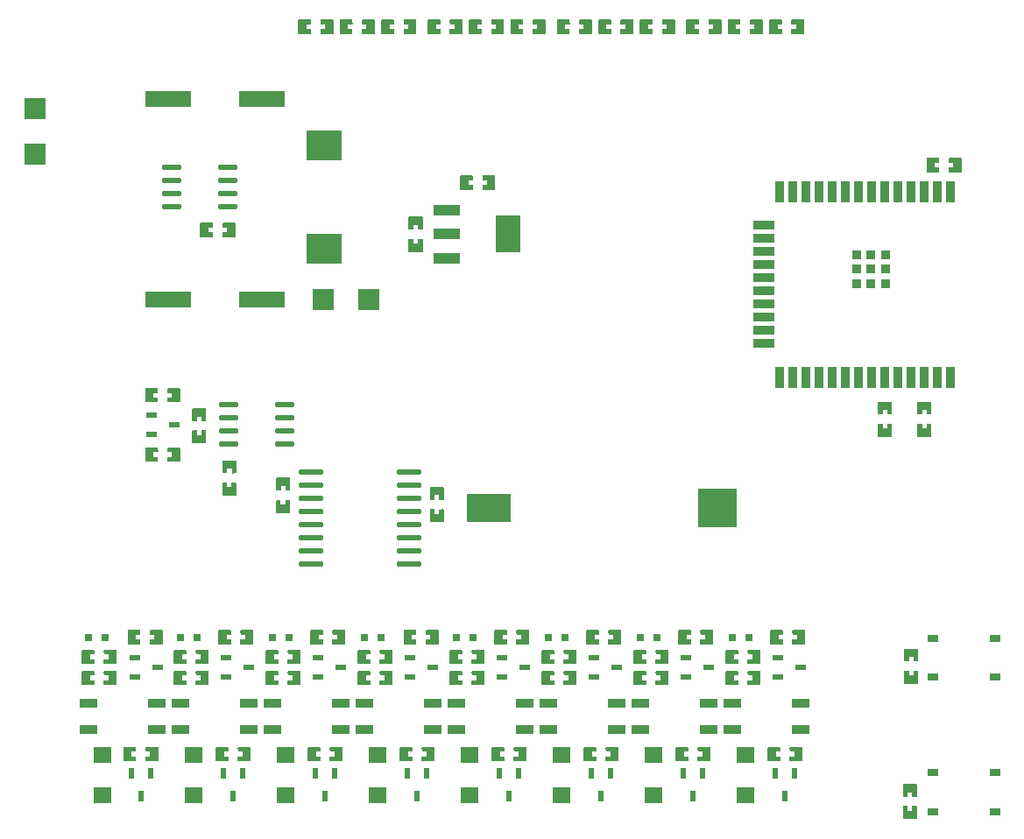
<source format=gtp>
G04 Layer: TopPasteMaskLayer*
G04 EasyEDA Pro v2.2.40.8, 2025-08-06 11:59:20*
G04 Gerber Generator version 0.3*
G04 Scale: 100 percent, Rotated: No, Reflected: No*
G04 Dimensions in millimeters*
G04 Leading zeros omitted, absolute positions, 4 integers and 5 decimals*
G04 Generated by one-click*
%FSLAX45Y45*%
%MOMM*%
%ADD10R,0.95001X2.1*%
%ADD11R,2.1X0.95001*%
%ADD12R,0.9X0.9*%
%ADD13R,4.49999X1.65001*%
%ADD14R,2.0X2.0*%
%ADD15R,3.49999X2.99999*%
%ADD16O,1.95021X0.5684*%
%ADD17R,2.49999X1.1*%
%ADD18R,2.3480X3.59999*%
%ADD19R,2.34X3.59999*%
%ADD20R,1.03749X0.532*%
%ADD21R,3.79999X3.79999*%
%ADD22R,4.29999X2.79999*%
%ADD23O,2.4005X0.57399*%
%ADD24R,1.0X0.75001*%
%ADD25R,1.7X0.95001*%
%ADD26R,0.532X1.03749*%
%ADD27R,0.8X0.8*%
%ADD28R,1.68001X1.51999*%
G75*


G04 PolygonModel Start*
G36*
G01X9365637Y-2622439D02*
G01X9365637Y-2750437D01*
G01X9360636Y-2755438D01*
G01X9245635Y-2755438D01*
G01X9240636Y-2750437D01*
G01X9240133Y-2709434D01*
G01X9285134Y-2709434D01*
G01X9285134Y-2664435D01*
G01X9241134Y-2664435D01*
G01X9240636Y-2622439D01*
G01X9245635Y-2617437D01*
G01X9360636Y-2617437D01*
G01X9365637Y-2622439D01*
G37*
G36*
G01X9024642Y-2750440D02*
G01X9024642Y-2622441D01*
G01X9029643Y-2617440D01*
G01X9144644Y-2617440D01*
G01X9149643Y-2622441D01*
G01X9150146Y-2663445D01*
G01X9105145Y-2663445D01*
G01X9105145Y-2708443D01*
G01X9149145Y-2708443D01*
G01X9149643Y-2750440D01*
G01X9144644Y-2755441D01*
G01X9029643Y-2755441D01*
G01X9024642Y-2750440D01*
G37*
G36*
G01X2004898Y-3377494D02*
G01X2004898Y-3249496D01*
G01X2009899Y-3244494D01*
G01X2124901Y-3244494D01*
G01X2129899Y-3249496D01*
G01X2130402Y-3290499D01*
G01X2085401Y-3290499D01*
G01X2085401Y-3335498D01*
G01X2129401Y-3335498D01*
G01X2129899Y-3377494D01*
G01X2124901Y-3382495D01*
G01X2009899Y-3382495D01*
G01X2004898Y-3377494D01*
G37*
G36*
G01X2345893Y-3249493D02*
G01X2345893Y-3377491D01*
G01X2340892Y-3382493D01*
G01X2225891Y-3382493D01*
G01X2220892Y-3377491D01*
G01X2220389Y-3336488D01*
G01X2265390Y-3336488D01*
G01X2265390Y-3291489D01*
G01X2221390Y-3291489D01*
G01X2220892Y-3249493D01*
G01X2225891Y-3244492D01*
G01X2340892Y-3244492D01*
G01X2345893Y-3249493D01*
G37*
G36*
G01X4022972Y-3185134D02*
G01X4150970Y-3185134D01*
G01X4155971Y-3190136D01*
G01X4155971Y-3305137D01*
G01X4150970Y-3310135D01*
G01X4109967Y-3310638D01*
G01X4109967Y-3265637D01*
G01X4064968Y-3265637D01*
G01X4064968Y-3309638D01*
G01X4022972Y-3310135D01*
G01X4017971Y-3305137D01*
G01X4017971Y-3190136D01*
G01X4022972Y-3185134D01*
G37*
G36*
G01X4150973Y-3526129D02*
G01X4022974Y-3526129D01*
G01X4017973Y-3521128D01*
G01X4017973Y-3406127D01*
G01X4022974Y-3401128D01*
G01X4063978Y-3400625D01*
G01X4063978Y-3445627D01*
G01X4108976Y-3445627D01*
G01X4108976Y-3401626D01*
G01X4150973Y-3401128D01*
G01X4155974Y-3406127D01*
G01X4155974Y-3521128D01*
G01X4150973Y-3526129D01*
G37*
G36*
G01X4516475Y-2919632D02*
G01X4516475Y-2791634D01*
G01X4521476Y-2786632D01*
G01X4636477Y-2786632D01*
G01X4641476Y-2791634D01*
G01X4641979Y-2832637D01*
G01X4596978Y-2832637D01*
G01X4596978Y-2877636D01*
G01X4640978Y-2877636D01*
G01X4641476Y-2919632D01*
G01X4636477Y-2924633D01*
G01X4521476Y-2924633D01*
G01X4516475Y-2919632D01*
G37*
G36*
G01X4857470Y-2791631D02*
G01X4857470Y-2919629D01*
G01X4852469Y-2924631D01*
G01X4737468Y-2924631D01*
G01X4732469Y-2919629D01*
G01X4731966Y-2878626D01*
G01X4776967Y-2878626D01*
G01X4776967Y-2833628D01*
G01X4732967Y-2833628D01*
G01X4732469Y-2791631D01*
G01X4737468Y-2786630D01*
G01X4852469Y-2786630D01*
G01X4857470Y-2791631D01*
G37*
G36*
G01X2351296Y-5883186D02*
G01X2223298Y-5883186D01*
G01X2218296Y-5878185D01*
G01X2218296Y-5763184D01*
G01X2223298Y-5758185D01*
G01X2264301Y-5757682D01*
G01X2264301Y-5802683D01*
G01X2309299Y-5802683D01*
G01X2309299Y-5758683D01*
G01X2351296Y-5758185D01*
G01X2356297Y-5763184D01*
G01X2356297Y-5878185D01*
G01X2351296Y-5883186D01*
G37*
G36*
G01X2223295Y-5542191D02*
G01X2351293Y-5542191D01*
G01X2356295Y-5547192D01*
G01X2356295Y-5662193D01*
G01X2351293Y-5667192D01*
G01X2310290Y-5667695D01*
G01X2310290Y-5622694D01*
G01X2265291Y-5622694D01*
G01X2265291Y-5666694D01*
G01X2223295Y-5667192D01*
G01X2218294Y-5662193D01*
G01X2218294Y-5547192D01*
G01X2223295Y-5542191D01*
G37*
G36*
G01X1473695Y-5551289D02*
G01X1473695Y-5423291D01*
G01X1478697Y-5418290D01*
G01X1593698Y-5418290D01*
G01X1598696Y-5423291D01*
G01X1599199Y-5464294D01*
G01X1554198Y-5464294D01*
G01X1554198Y-5509293D01*
G01X1598198Y-5509293D01*
G01X1598696Y-5551289D01*
G01X1593698Y-5556291D01*
G01X1478697Y-5556291D01*
G01X1473695Y-5551289D01*
G37*
G36*
G01X1688696Y-5551289D02*
G01X1688699Y-5509293D01*
G01X1733197Y-5509293D01*
G01X1733197Y-5464294D01*
G01X1689199Y-5464294D01*
G01X1688696Y-5423291D01*
G01X1693697Y-5418290D01*
G01X1808696Y-5418290D01*
G01X1813697Y-5423291D01*
G01X1813697Y-5551289D01*
G01X1808696Y-5556291D01*
G01X1693697Y-5556291D01*
G01X1688696Y-5551289D01*
G37*
G36*
G01X1813700Y-4848690D02*
G01X1813700Y-4976688D01*
G01X1808698Y-4981689D01*
G01X1693697Y-4981689D01*
G01X1688699Y-4976688D01*
G01X1688196Y-4935685D01*
G01X1733197Y-4935685D01*
G01X1733197Y-4890686D01*
G01X1689197Y-4890686D01*
G01X1688699Y-4848690D01*
G01X1693697Y-4843689D01*
G01X1808698Y-4843689D01*
G01X1813700Y-4848690D01*
G37*
G36*
G01X1598699Y-4848690D02*
G01X1598696Y-4890686D01*
G01X1554198Y-4890686D01*
G01X1554198Y-4935685D01*
G01X1598196Y-4935685D01*
G01X1598699Y-4976688D01*
G01X1593698Y-4981689D01*
G01X1478699Y-4981689D01*
G01X1473698Y-4976688D01*
G01X1473698Y-4848690D01*
G01X1478699Y-4843689D01*
G01X1593698Y-4843689D01*
G01X1598699Y-4848690D01*
G37*
G36*
G01X1929900Y-5036998D02*
G01X2057898Y-5036998D01*
G01X2062899Y-5041999D01*
G01X2062899Y-5157000D01*
G01X2057898Y-5161999D01*
G01X2016895Y-5162502D01*
G01X2016895Y-5117501D01*
G01X1971896Y-5117501D01*
G01X1971896Y-5161501D01*
G01X1929900Y-5161999D01*
G01X1924898Y-5157000D01*
G01X1924898Y-5041999D01*
G01X1929900Y-5036998D01*
G37*
G36*
G01X1929900Y-5251999D02*
G01X1971896Y-5252001D01*
G01X1971896Y-5296499D01*
G01X2016895Y-5296499D01*
G01X2016895Y-5252502D01*
G01X2057898Y-5251999D01*
G01X2062899Y-5257000D01*
G01X2062899Y-5371998D01*
G01X2057898Y-5377000D01*
G01X1929900Y-5377000D01*
G01X1924898Y-5371998D01*
G01X1924898Y-5257000D01*
G01X1929900Y-5251999D01*
G37*
G36*
G01X4356600Y-6139497D02*
G01X4228602Y-6139497D01*
G01X4223601Y-6134496D01*
G01X4223601Y-6019495D01*
G01X4228602Y-6014496D01*
G01X4269605Y-6013994D01*
G01X4269605Y-6058995D01*
G01X4314604Y-6058995D01*
G01X4314604Y-6014994D01*
G01X4356600Y-6014496D01*
G01X4361602Y-6019495D01*
G01X4361602Y-6134496D01*
G01X4356600Y-6139497D01*
G37*
G36*
G01X4228600Y-5798502D02*
G01X4356598Y-5798502D01*
G01X4361599Y-5803504D01*
G01X4361599Y-5918505D01*
G01X4356598Y-5923504D01*
G01X4315595Y-5924006D01*
G01X4315595Y-5879005D01*
G01X4270596Y-5879005D01*
G01X4270596Y-5923006D01*
G01X4228600Y-5923504D01*
G01X4223598Y-5918505D01*
G01X4223598Y-5803504D01*
G01X4228600Y-5798502D01*
G37*
G36*
G01X2870700Y-6050597D02*
G01X2742702Y-6050597D01*
G01X2737701Y-6045596D01*
G01X2737701Y-5930595D01*
G01X2742702Y-5925596D01*
G01X2783705Y-5925094D01*
G01X2783705Y-5970095D01*
G01X2828704Y-5970095D01*
G01X2828704Y-5926094D01*
G01X2870700Y-5925596D01*
G01X2875702Y-5930595D01*
G01X2875702Y-6045596D01*
G01X2870700Y-6050597D01*
G37*
G36*
G01X2742700Y-5709602D02*
G01X2870698Y-5709602D01*
G01X2875699Y-5714604D01*
G01X2875699Y-5829605D01*
G01X2870698Y-5834604D01*
G01X2829695Y-5835106D01*
G01X2829695Y-5790105D01*
G01X2784696Y-5790105D01*
G01X2784696Y-5834106D01*
G01X2742700Y-5834604D01*
G01X2737698Y-5829605D01*
G01X2737698Y-5714604D01*
G01X2742700Y-5709602D01*
G37*
G36*
G01X8559300Y-4973498D02*
G01X8687298Y-4973498D01*
G01X8692299Y-4978499D01*
G01X8692299Y-5093500D01*
G01X8687298Y-5098499D01*
G01X8646295Y-5099002D01*
G01X8646295Y-5054001D01*
G01X8601296Y-5054001D01*
G01X8601296Y-5098001D01*
G01X8559300Y-5098499D01*
G01X8554298Y-5093500D01*
G01X8554298Y-4978499D01*
G01X8559300Y-4973498D01*
G37*
G36*
G01X8559300Y-5188499D02*
G01X8601296Y-5188501D01*
G01X8601296Y-5232999D01*
G01X8646295Y-5232999D01*
G01X8646295Y-5189002D01*
G01X8687298Y-5188499D01*
G01X8692299Y-5193500D01*
G01X8692299Y-5308498D01*
G01X8687298Y-5313500D01*
G01X8559300Y-5313500D01*
G01X8554298Y-5308498D01*
G01X8554298Y-5193500D01*
G01X8559300Y-5188499D01*
G37*
G36*
G01X8940300Y-4973498D02*
G01X9068298Y-4973498D01*
G01X9073299Y-4978499D01*
G01X9073299Y-5093500D01*
G01X9068298Y-5098499D01*
G01X9027295Y-5099002D01*
G01X9027295Y-5054001D01*
G01X8982296Y-5054001D01*
G01X8982296Y-5098001D01*
G01X8940300Y-5098499D01*
G01X8935298Y-5093500D01*
G01X8935298Y-4978499D01*
G01X8940300Y-4973498D01*
G37*
G36*
G01X8940300Y-5188499D02*
G01X8982296Y-5188501D01*
G01X8982296Y-5232999D01*
G01X9027295Y-5232999D01*
G01X9027295Y-5189002D01*
G01X9068298Y-5188499D01*
G01X9073299Y-5193500D01*
G01X9073299Y-5308498D01*
G01X9068298Y-5313500D01*
G01X8940300Y-5313500D01*
G01X8935298Y-5308498D01*
G01X8935298Y-5193500D01*
G01X8940300Y-5188499D01*
G37*
G36*
G01X8800600Y-8669198D02*
G01X8928598Y-8669198D01*
G01X8933599Y-8674199D01*
G01X8933599Y-8789200D01*
G01X8928598Y-8794199D01*
G01X8887595Y-8794702D01*
G01X8887595Y-8749701D01*
G01X8842596Y-8749701D01*
G01X8842596Y-8793701D01*
G01X8800600Y-8794199D01*
G01X8795598Y-8789200D01*
G01X8795598Y-8674199D01*
G01X8800600Y-8669198D01*
G37*
G36*
G01X8800600Y-8884199D02*
G01X8842596Y-8884201D01*
G01X8842596Y-8928699D01*
G01X8887595Y-8928699D01*
G01X8887595Y-8884702D01*
G01X8928598Y-8884199D01*
G01X8933599Y-8889200D01*
G01X8933599Y-9004198D01*
G01X8928598Y-9009200D01*
G01X8800600Y-9009200D01*
G01X8795598Y-9004198D01*
G01X8795598Y-8889200D01*
G01X8800600Y-8884199D01*
G37*
G36*
G01X8813300Y-7361098D02*
G01X8941298Y-7361098D01*
G01X8946299Y-7366099D01*
G01X8946299Y-7481100D01*
G01X8941298Y-7486099D01*
G01X8900295Y-7486602D01*
G01X8900295Y-7441601D01*
G01X8855296Y-7441601D01*
G01X8855296Y-7485601D01*
G01X8813300Y-7486099D01*
G01X8808298Y-7481100D01*
G01X8808298Y-7366099D01*
G01X8813300Y-7361098D01*
G37*
G36*
G01X8813300Y-7576099D02*
G01X8855296Y-7576101D01*
G01X8855296Y-7620599D01*
G01X8900295Y-7620599D01*
G01X8900295Y-7576602D01*
G01X8941298Y-7576099D01*
G01X8946299Y-7581100D01*
G01X8946299Y-7696098D01*
G01X8941298Y-7701100D01*
G01X8813300Y-7701100D01*
G01X8808298Y-7696098D01*
G01X8808298Y-7581100D01*
G01X8813300Y-7576099D01*
G37*
G36*
G01X5002987Y-1413998D02*
G01X5002987Y-1285999D01*
G01X5007988Y-1280998D01*
G01X5122990Y-1280998D01*
G01X5127988Y-1285999D01*
G01X5128491Y-1327003D01*
G01X5083490Y-1327003D01*
G01X5083490Y-1372001D01*
G01X5127490Y-1372001D01*
G01X5127988Y-1413998D01*
G01X5122990Y-1418999D01*
G01X5007988Y-1418999D01*
G01X5002987Y-1413998D01*
G37*
G36*
G01X5217988Y-1413998D02*
G01X5217991Y-1372001D01*
G01X5262489Y-1372001D01*
G01X5262489Y-1327003D01*
G01X5218491Y-1327003D01*
G01X5217988Y-1285999D01*
G01X5222989Y-1280998D01*
G01X5337988Y-1280998D01*
G01X5342989Y-1285999D01*
G01X5342989Y-1413998D01*
G01X5337988Y-1418999D01*
G01X5222989Y-1418999D01*
G01X5217988Y-1413998D01*
G37*
G36*
G01X4602988Y-1413998D02*
G01X4602988Y-1285999D01*
G01X4607989Y-1280998D01*
G01X4722990Y-1280998D01*
G01X4727989Y-1285999D01*
G01X4728492Y-1327003D01*
G01X4683491Y-1327003D01*
G01X4683491Y-1372001D01*
G01X4727491Y-1372001D01*
G01X4727989Y-1413998D01*
G01X4722990Y-1418999D01*
G01X4607989Y-1418999D01*
G01X4602988Y-1413998D01*
G37*
G36*
G01X4817989Y-1413998D02*
G01X4817991Y-1372001D01*
G01X4862490Y-1372001D01*
G01X4862490Y-1327003D01*
G01X4818492Y-1327003D01*
G01X4817989Y-1285999D01*
G01X4822990Y-1280998D01*
G01X4937989Y-1280998D01*
G01X4942990Y-1285999D01*
G01X4942990Y-1413998D01*
G01X4937989Y-1418999D01*
G01X4822990Y-1418999D01*
G01X4817989Y-1413998D01*
G37*
G36*
G01X4202989Y-1413998D02*
G01X4202989Y-1285999D01*
G01X4207990Y-1280998D01*
G01X4322991Y-1280998D01*
G01X4327990Y-1285999D01*
G01X4328493Y-1327003D01*
G01X4283492Y-1327003D01*
G01X4283492Y-1372001D01*
G01X4327492Y-1372001D01*
G01X4327990Y-1413998D01*
G01X4322991Y-1418999D01*
G01X4207990Y-1418999D01*
G01X4202989Y-1413998D01*
G37*
G36*
G01X4417990Y-1413998D02*
G01X4417992Y-1372001D01*
G01X4462490Y-1372001D01*
G01X4462490Y-1327003D01*
G01X4418493Y-1327003D01*
G01X4417990Y-1285999D01*
G01X4422991Y-1280998D01*
G01X4537989Y-1280998D01*
G01X4542991Y-1285999D01*
G01X4542991Y-1413998D01*
G01X4537989Y-1418999D01*
G01X4422991Y-1418999D01*
G01X4417990Y-1413998D01*
G37*
G36*
G01X5852986Y-1413998D02*
G01X5852986Y-1285999D01*
G01X5857987Y-1280998D01*
G01X5972988Y-1280998D01*
G01X5977987Y-1285999D01*
G01X5978489Y-1327003D01*
G01X5933488Y-1327003D01*
G01X5933488Y-1372001D01*
G01X5977489Y-1372001D01*
G01X5977987Y-1413998D01*
G01X5972988Y-1418999D01*
G01X5857987Y-1418999D01*
G01X5852986Y-1413998D01*
G37*
G36*
G01X6067986Y-1413998D02*
G01X6067989Y-1372001D01*
G01X6112487Y-1372001D01*
G01X6112487Y-1327003D01*
G01X6068489Y-1327003D01*
G01X6067986Y-1285999D01*
G01X6072988Y-1280998D01*
G01X6187986Y-1280998D01*
G01X6192987Y-1285999D01*
G01X6192987Y-1413998D01*
G01X6187986Y-1418999D01*
G01X6072988Y-1418999D01*
G01X6067986Y-1413998D01*
G37*
G36*
G01X5452986Y-1413998D02*
G01X5452986Y-1285999D01*
G01X5457988Y-1280998D01*
G01X5572989Y-1280998D01*
G01X5577987Y-1285999D01*
G01X5578490Y-1327003D01*
G01X5533489Y-1327003D01*
G01X5533489Y-1372001D01*
G01X5577489Y-1372001D01*
G01X5577987Y-1413998D01*
G01X5572989Y-1418999D01*
G01X5457988Y-1418999D01*
G01X5452986Y-1413998D01*
G37*
G36*
G01X5667987Y-1413998D02*
G01X5667990Y-1372001D01*
G01X5712488Y-1372001D01*
G01X5712488Y-1327003D01*
G01X5668490Y-1327003D01*
G01X5667987Y-1285999D01*
G01X5672988Y-1280998D01*
G01X5787987Y-1280998D01*
G01X5792988Y-1285999D01*
G01X5792988Y-1413998D01*
G01X5787987Y-1418999D01*
G01X5672988Y-1418999D01*
G01X5667987Y-1413998D01*
G37*
G36*
G01X7102983Y-1413998D02*
G01X7102983Y-1285999D01*
G01X7107984Y-1280998D01*
G01X7222985Y-1280998D01*
G01X7227984Y-1285999D01*
G01X7228487Y-1327003D01*
G01X7183486Y-1327003D01*
G01X7183486Y-1372001D01*
G01X7227486Y-1372001D01*
G01X7227984Y-1413998D01*
G01X7222985Y-1418999D01*
G01X7107984Y-1418999D01*
G01X7102983Y-1413998D01*
G37*
G36*
G01X7317984Y-1413998D02*
G01X7317986Y-1372001D01*
G01X7362485Y-1372001D01*
G01X7362485Y-1327003D01*
G01X7318487Y-1327003D01*
G01X7317984Y-1285999D01*
G01X7322985Y-1280998D01*
G01X7437984Y-1280998D01*
G01X7442985Y-1285999D01*
G01X7442985Y-1413998D01*
G01X7437984Y-1418999D01*
G01X7322985Y-1418999D01*
G01X7317984Y-1413998D01*
G37*
G36*
G01X6702984Y-1413998D02*
G01X6702984Y-1285999D01*
G01X6707985Y-1280998D01*
G01X6822986Y-1280998D01*
G01X6827985Y-1285999D01*
G01X6828488Y-1327003D01*
G01X6783487Y-1327003D01*
G01X6783487Y-1372001D01*
G01X6827487Y-1372001D01*
G01X6827985Y-1413998D01*
G01X6822986Y-1418999D01*
G01X6707985Y-1418999D01*
G01X6702984Y-1413998D01*
G37*
G36*
G01X6917985Y-1413998D02*
G01X6917987Y-1372001D01*
G01X6962485Y-1372001D01*
G01X6962485Y-1327003D01*
G01X6918488Y-1327003D01*
G01X6917985Y-1285999D01*
G01X6922986Y-1280998D01*
G01X7037984Y-1280998D01*
G01X7042986Y-1285999D01*
G01X7042986Y-1413998D01*
G01X7037984Y-1418999D01*
G01X6922986Y-1418999D01*
G01X6917985Y-1413998D01*
G37*
G36*
G01X3352991Y-1413998D02*
G01X3352991Y-1285999D01*
G01X3357992Y-1280998D01*
G01X3472993Y-1280998D01*
G01X3477992Y-1285999D01*
G01X3478494Y-1327003D01*
G01X3433493Y-1327003D01*
G01X3433493Y-1372001D01*
G01X3477494Y-1372001D01*
G01X3477992Y-1413998D01*
G01X3472993Y-1418999D01*
G01X3357992Y-1418999D01*
G01X3352991Y-1413998D01*
G37*
G36*
G01X3567991Y-1413998D02*
G01X3567994Y-1372001D01*
G01X3612492Y-1372001D01*
G01X3612492Y-1327003D01*
G01X3568494Y-1327003D01*
G01X3567991Y-1285999D01*
G01X3572993Y-1280998D01*
G01X3687991Y-1280998D01*
G01X3692992Y-1285999D01*
G01X3692992Y-1413998D01*
G01X3687991Y-1418999D01*
G01X3572993Y-1418999D01*
G01X3567991Y-1413998D01*
G37*
G36*
G01X2952991Y-1413998D02*
G01X2952991Y-1285999D01*
G01X2957993Y-1280998D01*
G01X3072994Y-1280998D01*
G01X3077992Y-1285999D01*
G01X3078495Y-1327003D01*
G01X3033494Y-1327003D01*
G01X3033494Y-1372001D01*
G01X3077494Y-1372001D01*
G01X3077992Y-1413998D01*
G01X3072994Y-1418999D01*
G01X2957993Y-1418999D01*
G01X2952991Y-1413998D01*
G37*
G36*
G01X3167992Y-1413998D02*
G01X3167995Y-1372001D01*
G01X3212493Y-1372001D01*
G01X3212493Y-1327003D01*
G01X3168495Y-1327003D01*
G01X3167992Y-1285999D01*
G01X3172993Y-1280998D01*
G01X3287992Y-1280998D01*
G01X3292993Y-1285999D01*
G01X3292993Y-1413998D01*
G01X3287992Y-1418999D01*
G01X3172993Y-1418999D01*
G01X3167992Y-1413998D01*
G37*
G36*
G01X3754590Y-1413998D02*
G01X3754590Y-1285999D01*
G01X3759591Y-1280998D01*
G01X3874592Y-1280998D01*
G01X3879591Y-1285999D01*
G01X3880094Y-1327003D01*
G01X3835093Y-1327003D01*
G01X3835093Y-1372001D01*
G01X3879093Y-1372001D01*
G01X3879591Y-1413998D01*
G01X3874592Y-1418999D01*
G01X3759591Y-1418999D01*
G01X3754590Y-1413998D01*
G37*
G36*
G01X3969591Y-1413998D02*
G01X3969593Y-1372001D01*
G01X4014092Y-1372001D01*
G01X4014092Y-1327003D01*
G01X3970094Y-1327003D01*
G01X3969591Y-1285999D01*
G01X3974592Y-1280998D01*
G01X4089591Y-1280998D01*
G01X4094592Y-1285999D01*
G01X4094592Y-1413998D01*
G01X4089591Y-1418999D01*
G01X3974592Y-1418999D01*
G01X3969591Y-1413998D01*
G37*
G36*
G01X6254585Y-1413998D02*
G01X6254585Y-1285999D01*
G01X6259586Y-1280998D01*
G01X6374587Y-1280998D01*
G01X6379586Y-1285999D01*
G01X6380089Y-1327003D01*
G01X6335088Y-1327003D01*
G01X6335088Y-1372001D01*
G01X6379088Y-1372001D01*
G01X6379586Y-1413998D01*
G01X6374587Y-1418999D01*
G01X6259586Y-1418999D01*
G01X6254585Y-1413998D01*
G37*
G36*
G01X6469586Y-1413998D02*
G01X6469588Y-1372001D01*
G01X6514087Y-1372001D01*
G01X6514087Y-1327003D01*
G01X6470089Y-1327003D01*
G01X6469586Y-1285999D01*
G01X6474587Y-1280998D01*
G01X6589586Y-1280998D01*
G01X6594587Y-1285999D01*
G01X6594587Y-1413998D01*
G01X6589586Y-1418999D01*
G01X6474587Y-1418999D01*
G01X6469586Y-1413998D01*
G37*
G36*
G01X7504582Y-1413998D02*
G01X7504582Y-1285999D01*
G01X7509584Y-1280998D01*
G01X7624585Y-1280998D01*
G01X7629583Y-1285999D01*
G01X7630086Y-1327003D01*
G01X7585085Y-1327003D01*
G01X7585085Y-1372001D01*
G01X7629086Y-1372001D01*
G01X7629583Y-1413998D01*
G01X7624585Y-1418999D01*
G01X7509584Y-1418999D01*
G01X7504582Y-1413998D01*
G37*
G36*
G01X7719583Y-1413998D02*
G01X7719586Y-1372001D01*
G01X7764084Y-1372001D01*
G01X7764084Y-1327003D01*
G01X7720086Y-1327003D01*
G01X7719583Y-1285999D01*
G01X7724585Y-1280998D01*
G01X7839583Y-1280998D01*
G01X7844584Y-1285999D01*
G01X7844584Y-1413998D01*
G01X7839583Y-1418999D01*
G01X7724585Y-1418999D01*
G01X7719583Y-1413998D01*
G37*
G36*
G01X7488098Y-8446000D02*
G01X7488098Y-8318002D01*
G01X7493099Y-8313001D01*
G01X7608100Y-8313001D01*
G01X7613099Y-8318002D01*
G01X7613602Y-8359005D01*
G01X7568601Y-8359005D01*
G01X7568601Y-8404004D01*
G01X7612601Y-8404004D01*
G01X7613099Y-8446000D01*
G01X7608100Y-8451002D01*
G01X7493099Y-8451002D01*
G01X7488098Y-8446000D01*
G37*
G36*
G01X7703099Y-8446000D02*
G01X7703101Y-8404004D01*
G01X7747599Y-8404004D01*
G01X7747599Y-8359005D01*
G01X7703602Y-8359005D01*
G01X7703099Y-8318002D01*
G01X7708100Y-8313001D01*
G01X7823098Y-8313001D01*
G01X7828100Y-8318002D01*
G01X7828100Y-8446000D01*
G01X7823098Y-8451002D01*
G01X7708100Y-8451002D01*
G01X7703099Y-8446000D01*
G37*
G36*
G01X7081698Y-7506200D02*
G01X7081698Y-7378202D01*
G01X7086699Y-7373201D01*
G01X7201700Y-7373201D01*
G01X7206699Y-7378202D01*
G01X7207202Y-7419205D01*
G01X7162201Y-7419205D01*
G01X7162201Y-7464204D01*
G01X7206201Y-7464204D01*
G01X7206699Y-7506200D01*
G01X7201700Y-7511202D01*
G01X7086699Y-7511202D01*
G01X7081698Y-7506200D01*
G37*
G36*
G01X7296699Y-7506200D02*
G01X7296701Y-7464204D01*
G01X7341199Y-7464204D01*
G01X7341199Y-7419205D01*
G01X7297202Y-7419205D01*
G01X7296699Y-7378202D01*
G01X7301700Y-7373201D01*
G01X7416698Y-7373201D01*
G01X7421700Y-7378202D01*
G01X7421700Y-7506200D01*
G01X7416698Y-7511202D01*
G01X7301700Y-7511202D01*
G01X7296699Y-7506200D01*
G37*
G36*
G01X7421702Y-7581400D02*
G01X7421702Y-7709398D01*
G01X7416701Y-7714399D01*
G01X7301700Y-7714399D01*
G01X7296701Y-7709398D01*
G01X7296198Y-7668395D01*
G01X7341199Y-7668395D01*
G01X7341199Y-7623396D01*
G01X7297199Y-7623396D01*
G01X7296701Y-7581400D01*
G01X7301700Y-7576398D01*
G01X7416701Y-7576398D01*
G01X7421702Y-7581400D01*
G37*
G36*
G01X7206701Y-7581400D02*
G01X7206699Y-7623396D01*
G01X7162201Y-7623396D01*
G01X7162201Y-7668395D01*
G01X7206198Y-7668395D01*
G01X7206701Y-7709398D01*
G01X7201700Y-7714399D01*
G01X7086702Y-7714399D01*
G01X7081700Y-7709398D01*
G01X7081700Y-7581400D01*
G01X7086702Y-7576398D01*
G01X7201700Y-7576398D01*
G01X7206701Y-7581400D01*
G37*
G36*
G01X7853502Y-7187700D02*
G01X7853502Y-7315698D01*
G01X7848501Y-7320699D01*
G01X7733500Y-7320699D01*
G01X7728501Y-7315698D01*
G01X7727998Y-7274695D01*
G01X7772999Y-7274695D01*
G01X7772999Y-7229696D01*
G01X7728999Y-7229696D01*
G01X7728501Y-7187700D01*
G01X7733500Y-7182698D01*
G01X7848501Y-7182698D01*
G01X7853502Y-7187700D01*
G37*
G36*
G01X7638501Y-7187700D02*
G01X7638499Y-7229696D01*
G01X7594001Y-7229696D01*
G01X7594001Y-7274695D01*
G01X7637998Y-7274695D01*
G01X7638501Y-7315698D01*
G01X7633500Y-7320699D01*
G01X7518502Y-7320699D01*
G01X7513500Y-7315698D01*
G01X7513500Y-7187700D01*
G01X7518502Y-7182698D01*
G01X7633500Y-7182698D01*
G01X7638501Y-7187700D01*
G37*
G36*
G01X6599098Y-8446000D02*
G01X6599098Y-8318002D01*
G01X6604099Y-8313001D01*
G01X6719100Y-8313001D01*
G01X6724099Y-8318002D01*
G01X6724602Y-8359005D01*
G01X6679601Y-8359005D01*
G01X6679601Y-8404004D01*
G01X6723601Y-8404004D01*
G01X6724099Y-8446000D01*
G01X6719100Y-8451002D01*
G01X6604099Y-8451002D01*
G01X6599098Y-8446000D01*
G37*
G36*
G01X6814099Y-8446000D02*
G01X6814101Y-8404004D01*
G01X6858599Y-8404004D01*
G01X6858599Y-8359005D01*
G01X6814602Y-8359005D01*
G01X6814099Y-8318002D01*
G01X6819100Y-8313001D01*
G01X6934098Y-8313001D01*
G01X6939100Y-8318002D01*
G01X6939100Y-8446000D01*
G01X6934098Y-8451002D01*
G01X6819100Y-8451002D01*
G01X6814099Y-8446000D01*
G37*
G36*
G01X6192698Y-7506200D02*
G01X6192698Y-7378202D01*
G01X6197699Y-7373201D01*
G01X6312700Y-7373201D01*
G01X6317699Y-7378202D01*
G01X6318202Y-7419205D01*
G01X6273201Y-7419205D01*
G01X6273201Y-7464204D01*
G01X6317201Y-7464204D01*
G01X6317699Y-7506200D01*
G01X6312700Y-7511202D01*
G01X6197699Y-7511202D01*
G01X6192698Y-7506200D01*
G37*
G36*
G01X6407699Y-7506200D02*
G01X6407701Y-7464204D01*
G01X6452199Y-7464204D01*
G01X6452199Y-7419205D01*
G01X6408202Y-7419205D01*
G01X6407699Y-7378202D01*
G01X6412700Y-7373201D01*
G01X6527698Y-7373201D01*
G01X6532700Y-7378202D01*
G01X6532700Y-7506200D01*
G01X6527698Y-7511202D01*
G01X6412700Y-7511202D01*
G01X6407699Y-7506200D01*
G37*
G36*
G01X6532702Y-7581400D02*
G01X6532702Y-7709398D01*
G01X6527701Y-7714399D01*
G01X6412700Y-7714399D01*
G01X6407701Y-7709398D01*
G01X6407198Y-7668395D01*
G01X6452199Y-7668395D01*
G01X6452199Y-7623396D01*
G01X6408199Y-7623396D01*
G01X6407701Y-7581400D01*
G01X6412700Y-7576398D01*
G01X6527701Y-7576398D01*
G01X6532702Y-7581400D01*
G37*
G36*
G01X6317701Y-7581400D02*
G01X6317699Y-7623396D01*
G01X6273201Y-7623396D01*
G01X6273201Y-7668395D01*
G01X6317198Y-7668395D01*
G01X6317701Y-7709398D01*
G01X6312700Y-7714399D01*
G01X6197702Y-7714399D01*
G01X6192700Y-7709398D01*
G01X6192700Y-7581400D01*
G01X6197702Y-7576398D01*
G01X6312700Y-7576398D01*
G01X6317701Y-7581400D01*
G37*
G36*
G01X6964502Y-7187700D02*
G01X6964502Y-7315698D01*
G01X6959501Y-7320699D01*
G01X6844500Y-7320699D01*
G01X6839501Y-7315698D01*
G01X6838998Y-7274695D01*
G01X6883999Y-7274695D01*
G01X6883999Y-7229696D01*
G01X6839999Y-7229696D01*
G01X6839501Y-7187700D01*
G01X6844500Y-7182698D01*
G01X6959501Y-7182698D01*
G01X6964502Y-7187700D01*
G37*
G36*
G01X6749501Y-7187700D02*
G01X6749499Y-7229696D01*
G01X6705001Y-7229696D01*
G01X6705001Y-7274695D01*
G01X6748998Y-7274695D01*
G01X6749501Y-7315698D01*
G01X6744500Y-7320699D01*
G01X6629502Y-7320699D01*
G01X6624500Y-7315698D01*
G01X6624500Y-7187700D01*
G01X6629502Y-7182698D01*
G01X6744500Y-7182698D01*
G01X6749501Y-7187700D01*
G37*
G36*
G01X5710098Y-8446000D02*
G01X5710098Y-8318002D01*
G01X5715099Y-8313001D01*
G01X5830100Y-8313001D01*
G01X5835099Y-8318002D01*
G01X5835602Y-8359005D01*
G01X5790601Y-8359005D01*
G01X5790601Y-8404004D01*
G01X5834601Y-8404004D01*
G01X5835099Y-8446000D01*
G01X5830100Y-8451002D01*
G01X5715099Y-8451002D01*
G01X5710098Y-8446000D01*
G37*
G36*
G01X5925099Y-8446000D02*
G01X5925101Y-8404004D01*
G01X5969599Y-8404004D01*
G01X5969599Y-8359005D01*
G01X5925602Y-8359005D01*
G01X5925099Y-8318002D01*
G01X5930100Y-8313001D01*
G01X6045098Y-8313001D01*
G01X6050100Y-8318002D01*
G01X6050100Y-8446000D01*
G01X6045098Y-8451002D01*
G01X5930100Y-8451002D01*
G01X5925099Y-8446000D01*
G37*
G36*
G01X5303698Y-7506200D02*
G01X5303698Y-7378202D01*
G01X5308699Y-7373201D01*
G01X5423700Y-7373201D01*
G01X5428699Y-7378202D01*
G01X5429202Y-7419205D01*
G01X5384201Y-7419205D01*
G01X5384201Y-7464204D01*
G01X5428201Y-7464204D01*
G01X5428699Y-7506200D01*
G01X5423700Y-7511202D01*
G01X5308699Y-7511202D01*
G01X5303698Y-7506200D01*
G37*
G36*
G01X5518699Y-7506200D02*
G01X5518701Y-7464204D01*
G01X5563199Y-7464204D01*
G01X5563199Y-7419205D01*
G01X5519202Y-7419205D01*
G01X5518699Y-7378202D01*
G01X5523700Y-7373201D01*
G01X5638698Y-7373201D01*
G01X5643700Y-7378202D01*
G01X5643700Y-7506200D01*
G01X5638698Y-7511202D01*
G01X5523700Y-7511202D01*
G01X5518699Y-7506200D01*
G37*
G36*
G01X5643702Y-7581400D02*
G01X5643702Y-7709398D01*
G01X5638701Y-7714399D01*
G01X5523700Y-7714399D01*
G01X5518701Y-7709398D01*
G01X5518198Y-7668395D01*
G01X5563199Y-7668395D01*
G01X5563199Y-7623396D01*
G01X5519199Y-7623396D01*
G01X5518701Y-7581400D01*
G01X5523700Y-7576398D01*
G01X5638701Y-7576398D01*
G01X5643702Y-7581400D01*
G37*
G36*
G01X5428701Y-7581400D02*
G01X5428699Y-7623396D01*
G01X5384201Y-7623396D01*
G01X5384201Y-7668395D01*
G01X5428198Y-7668395D01*
G01X5428701Y-7709398D01*
G01X5423700Y-7714399D01*
G01X5308702Y-7714399D01*
G01X5303700Y-7709398D01*
G01X5303700Y-7581400D01*
G01X5308702Y-7576398D01*
G01X5423700Y-7576398D01*
G01X5428701Y-7581400D01*
G37*
G36*
G01X6075502Y-7187700D02*
G01X6075502Y-7315698D01*
G01X6070501Y-7320699D01*
G01X5955500Y-7320699D01*
G01X5950501Y-7315698D01*
G01X5949998Y-7274695D01*
G01X5994999Y-7274695D01*
G01X5994999Y-7229696D01*
G01X5950999Y-7229696D01*
G01X5950501Y-7187700D01*
G01X5955500Y-7182698D01*
G01X6070501Y-7182698D01*
G01X6075502Y-7187700D01*
G37*
G36*
G01X5860501Y-7187700D02*
G01X5860499Y-7229696D01*
G01X5816001Y-7229696D01*
G01X5816001Y-7274695D01*
G01X5859998Y-7274695D01*
G01X5860501Y-7315698D01*
G01X5855500Y-7320699D01*
G01X5740502Y-7320699D01*
G01X5735500Y-7315698D01*
G01X5735500Y-7187700D01*
G01X5740502Y-7182698D01*
G01X5855500Y-7182698D01*
G01X5860501Y-7187700D01*
G37*
G36*
G01X4821098Y-8446000D02*
G01X4821098Y-8318002D01*
G01X4826099Y-8313001D01*
G01X4941100Y-8313001D01*
G01X4946099Y-8318002D01*
G01X4946602Y-8359005D01*
G01X4901601Y-8359005D01*
G01X4901601Y-8404004D01*
G01X4945601Y-8404004D01*
G01X4946099Y-8446000D01*
G01X4941100Y-8451002D01*
G01X4826099Y-8451002D01*
G01X4821098Y-8446000D01*
G37*
G36*
G01X5036099Y-8446000D02*
G01X5036101Y-8404004D01*
G01X5080599Y-8404004D01*
G01X5080599Y-8359005D01*
G01X5036602Y-8359005D01*
G01X5036099Y-8318002D01*
G01X5041100Y-8313001D01*
G01X5156098Y-8313001D01*
G01X5161100Y-8318002D01*
G01X5161100Y-8446000D01*
G01X5156098Y-8451002D01*
G01X5041100Y-8451002D01*
G01X5036099Y-8446000D01*
G37*
G36*
G01X4414698Y-7506200D02*
G01X4414698Y-7378202D01*
G01X4419699Y-7373201D01*
G01X4534700Y-7373201D01*
G01X4539699Y-7378202D01*
G01X4540202Y-7419205D01*
G01X4495201Y-7419205D01*
G01X4495201Y-7464204D01*
G01X4539201Y-7464204D01*
G01X4539699Y-7506200D01*
G01X4534700Y-7511202D01*
G01X4419699Y-7511202D01*
G01X4414698Y-7506200D01*
G37*
G36*
G01X4629699Y-7506200D02*
G01X4629701Y-7464204D01*
G01X4674199Y-7464204D01*
G01X4674199Y-7419205D01*
G01X4630202Y-7419205D01*
G01X4629699Y-7378202D01*
G01X4634700Y-7373201D01*
G01X4749698Y-7373201D01*
G01X4754700Y-7378202D01*
G01X4754700Y-7506200D01*
G01X4749698Y-7511202D01*
G01X4634700Y-7511202D01*
G01X4629699Y-7506200D01*
G37*
G36*
G01X4754702Y-7581400D02*
G01X4754702Y-7709398D01*
G01X4749701Y-7714399D01*
G01X4634700Y-7714399D01*
G01X4629701Y-7709398D01*
G01X4629198Y-7668395D01*
G01X4674199Y-7668395D01*
G01X4674199Y-7623396D01*
G01X4630199Y-7623396D01*
G01X4629701Y-7581400D01*
G01X4634700Y-7576398D01*
G01X4749701Y-7576398D01*
G01X4754702Y-7581400D01*
G37*
G36*
G01X4539701Y-7581400D02*
G01X4539699Y-7623396D01*
G01X4495201Y-7623396D01*
G01X4495201Y-7668395D01*
G01X4539198Y-7668395D01*
G01X4539701Y-7709398D01*
G01X4534700Y-7714399D01*
G01X4419702Y-7714399D01*
G01X4414700Y-7709398D01*
G01X4414700Y-7581400D01*
G01X4419702Y-7576398D01*
G01X4534700Y-7576398D01*
G01X4539701Y-7581400D01*
G37*
G36*
G01X5186502Y-7187700D02*
G01X5186502Y-7315698D01*
G01X5181501Y-7320699D01*
G01X5066500Y-7320699D01*
G01X5061501Y-7315698D01*
G01X5060998Y-7274695D01*
G01X5105999Y-7274695D01*
G01X5105999Y-7229696D01*
G01X5061999Y-7229696D01*
G01X5061501Y-7187700D01*
G01X5066500Y-7182698D01*
G01X5181501Y-7182698D01*
G01X5186502Y-7187700D01*
G37*
G36*
G01X4971501Y-7187700D02*
G01X4971499Y-7229696D01*
G01X4927001Y-7229696D01*
G01X4927001Y-7274695D01*
G01X4970998Y-7274695D01*
G01X4971501Y-7315698D01*
G01X4966500Y-7320699D01*
G01X4851502Y-7320699D01*
G01X4846500Y-7315698D01*
G01X4846500Y-7187700D01*
G01X4851502Y-7182698D01*
G01X4966500Y-7182698D01*
G01X4971501Y-7187700D01*
G37*
G36*
G01X3932098Y-8446000D02*
G01X3932098Y-8318002D01*
G01X3937099Y-8313001D01*
G01X4052100Y-8313001D01*
G01X4057099Y-8318002D01*
G01X4057602Y-8359005D01*
G01X4012601Y-8359005D01*
G01X4012601Y-8404004D01*
G01X4056601Y-8404004D01*
G01X4057099Y-8446000D01*
G01X4052100Y-8451002D01*
G01X3937099Y-8451002D01*
G01X3932098Y-8446000D01*
G37*
G36*
G01X4147099Y-8446000D02*
G01X4147101Y-8404004D01*
G01X4191599Y-8404004D01*
G01X4191599Y-8359005D01*
G01X4147602Y-8359005D01*
G01X4147099Y-8318002D01*
G01X4152100Y-8313001D01*
G01X4267098Y-8313001D01*
G01X4272100Y-8318002D01*
G01X4272100Y-8446000D01*
G01X4267098Y-8451002D01*
G01X4152100Y-8451002D01*
G01X4147099Y-8446000D01*
G37*
G36*
G01X3525698Y-7506200D02*
G01X3525698Y-7378202D01*
G01X3530699Y-7373201D01*
G01X3645700Y-7373201D01*
G01X3650699Y-7378202D01*
G01X3651202Y-7419205D01*
G01X3606201Y-7419205D01*
G01X3606201Y-7464204D01*
G01X3650201Y-7464204D01*
G01X3650699Y-7506200D01*
G01X3645700Y-7511202D01*
G01X3530699Y-7511202D01*
G01X3525698Y-7506200D01*
G37*
G36*
G01X3740699Y-7506200D02*
G01X3740701Y-7464204D01*
G01X3785199Y-7464204D01*
G01X3785199Y-7419205D01*
G01X3741202Y-7419205D01*
G01X3740699Y-7378202D01*
G01X3745700Y-7373201D01*
G01X3860698Y-7373201D01*
G01X3865700Y-7378202D01*
G01X3865700Y-7506200D01*
G01X3860698Y-7511202D01*
G01X3745700Y-7511202D01*
G01X3740699Y-7506200D01*
G37*
G36*
G01X3865702Y-7581400D02*
G01X3865702Y-7709398D01*
G01X3860701Y-7714399D01*
G01X3745700Y-7714399D01*
G01X3740701Y-7709398D01*
G01X3740198Y-7668395D01*
G01X3785199Y-7668395D01*
G01X3785199Y-7623396D01*
G01X3741199Y-7623396D01*
G01X3740701Y-7581400D01*
G01X3745700Y-7576398D01*
G01X3860701Y-7576398D01*
G01X3865702Y-7581400D01*
G37*
G36*
G01X3650701Y-7581400D02*
G01X3650699Y-7623396D01*
G01X3606201Y-7623396D01*
G01X3606201Y-7668395D01*
G01X3650198Y-7668395D01*
G01X3650701Y-7709398D01*
G01X3645700Y-7714399D01*
G01X3530702Y-7714399D01*
G01X3525700Y-7709398D01*
G01X3525700Y-7581400D01*
G01X3530702Y-7576398D01*
G01X3645700Y-7576398D01*
G01X3650701Y-7581400D01*
G37*
G36*
G01X4310202Y-7187700D02*
G01X4310202Y-7315698D01*
G01X4305201Y-7320699D01*
G01X4190200Y-7320699D01*
G01X4185201Y-7315698D01*
G01X4184698Y-7274695D01*
G01X4229699Y-7274695D01*
G01X4229699Y-7229696D01*
G01X4185699Y-7229696D01*
G01X4185201Y-7187700D01*
G01X4190200Y-7182698D01*
G01X4305201Y-7182698D01*
G01X4310202Y-7187700D01*
G37*
G36*
G01X4095201Y-7187700D02*
G01X4095199Y-7229696D01*
G01X4050701Y-7229696D01*
G01X4050701Y-7274695D01*
G01X4094698Y-7274695D01*
G01X4095201Y-7315698D01*
G01X4090200Y-7320699D01*
G01X3975202Y-7320699D01*
G01X3970200Y-7315698D01*
G01X3970200Y-7187700D01*
G01X3975202Y-7182698D01*
G01X4090200Y-7182698D01*
G01X4095201Y-7187700D01*
G37*
G36*
G01X3043098Y-8446000D02*
G01X3043098Y-8318002D01*
G01X3048099Y-8313001D01*
G01X3163100Y-8313001D01*
G01X3168099Y-8318002D01*
G01X3168602Y-8359005D01*
G01X3123601Y-8359005D01*
G01X3123601Y-8404004D01*
G01X3167601Y-8404004D01*
G01X3168099Y-8446000D01*
G01X3163100Y-8451002D01*
G01X3048099Y-8451002D01*
G01X3043098Y-8446000D01*
G37*
G36*
G01X3258099Y-8446000D02*
G01X3258101Y-8404004D01*
G01X3302599Y-8404004D01*
G01X3302599Y-8359005D01*
G01X3258602Y-8359005D01*
G01X3258099Y-8318002D01*
G01X3263100Y-8313001D01*
G01X3378098Y-8313001D01*
G01X3383100Y-8318002D01*
G01X3383100Y-8446000D01*
G01X3378098Y-8451002D01*
G01X3263100Y-8451002D01*
G01X3258099Y-8446000D01*
G37*
G36*
G01X2636698Y-7506200D02*
G01X2636698Y-7378202D01*
G01X2641699Y-7373201D01*
G01X2756700Y-7373201D01*
G01X2761699Y-7378202D01*
G01X2762202Y-7419205D01*
G01X2717201Y-7419205D01*
G01X2717201Y-7464204D01*
G01X2761201Y-7464204D01*
G01X2761699Y-7506200D01*
G01X2756700Y-7511202D01*
G01X2641699Y-7511202D01*
G01X2636698Y-7506200D01*
G37*
G36*
G01X2851699Y-7506200D02*
G01X2851701Y-7464204D01*
G01X2896199Y-7464204D01*
G01X2896199Y-7419205D01*
G01X2852202Y-7419205D01*
G01X2851699Y-7378202D01*
G01X2856700Y-7373201D01*
G01X2971698Y-7373201D01*
G01X2976700Y-7378202D01*
G01X2976700Y-7506200D01*
G01X2971698Y-7511202D01*
G01X2856700Y-7511202D01*
G01X2851699Y-7506200D01*
G37*
G36*
G01X2976702Y-7581400D02*
G01X2976702Y-7709398D01*
G01X2971701Y-7714399D01*
G01X2856700Y-7714399D01*
G01X2851701Y-7709398D01*
G01X2851198Y-7668395D01*
G01X2896199Y-7668395D01*
G01X2896199Y-7623396D01*
G01X2852199Y-7623396D01*
G01X2851701Y-7581400D01*
G01X2856700Y-7576398D01*
G01X2971701Y-7576398D01*
G01X2976702Y-7581400D01*
G37*
G36*
G01X2761701Y-7581400D02*
G01X2761699Y-7623396D01*
G01X2717201Y-7623396D01*
G01X2717201Y-7668395D01*
G01X2761198Y-7668395D01*
G01X2761701Y-7709398D01*
G01X2756700Y-7714399D01*
G01X2641702Y-7714399D01*
G01X2636700Y-7709398D01*
G01X2636700Y-7581400D01*
G01X2641702Y-7576398D01*
G01X2756700Y-7576398D01*
G01X2761701Y-7581400D01*
G37*
G36*
G01X3408502Y-7187700D02*
G01X3408502Y-7315698D01*
G01X3403501Y-7320699D01*
G01X3288500Y-7320699D01*
G01X3283501Y-7315698D01*
G01X3282998Y-7274695D01*
G01X3327999Y-7274695D01*
G01X3327999Y-7229696D01*
G01X3283999Y-7229696D01*
G01X3283501Y-7187700D01*
G01X3288500Y-7182698D01*
G01X3403501Y-7182698D01*
G01X3408502Y-7187700D01*
G37*
G36*
G01X3193501Y-7187700D02*
G01X3193499Y-7229696D01*
G01X3149001Y-7229696D01*
G01X3149001Y-7274695D01*
G01X3192998Y-7274695D01*
G01X3193501Y-7315698D01*
G01X3188500Y-7320699D01*
G01X3073502Y-7320699D01*
G01X3068500Y-7315698D01*
G01X3068500Y-7187700D01*
G01X3073502Y-7182698D01*
G01X3188500Y-7182698D01*
G01X3193501Y-7187700D01*
G37*
G36*
G01X2154098Y-8446000D02*
G01X2154098Y-8318002D01*
G01X2159099Y-8313001D01*
G01X2274100Y-8313001D01*
G01X2279099Y-8318002D01*
G01X2279602Y-8359005D01*
G01X2234601Y-8359005D01*
G01X2234601Y-8404004D01*
G01X2278601Y-8404004D01*
G01X2279099Y-8446000D01*
G01X2274100Y-8451002D01*
G01X2159099Y-8451002D01*
G01X2154098Y-8446000D01*
G37*
G36*
G01X2369099Y-8446000D02*
G01X2369101Y-8404004D01*
G01X2413599Y-8404004D01*
G01X2413599Y-8359005D01*
G01X2369602Y-8359005D01*
G01X2369099Y-8318002D01*
G01X2374100Y-8313001D01*
G01X2489098Y-8313001D01*
G01X2494100Y-8318002D01*
G01X2494100Y-8446000D01*
G01X2489098Y-8451002D01*
G01X2374100Y-8451002D01*
G01X2369099Y-8446000D01*
G37*
G36*
G01X1747698Y-7506200D02*
G01X1747698Y-7378202D01*
G01X1752699Y-7373201D01*
G01X1867700Y-7373201D01*
G01X1872699Y-7378202D01*
G01X1873202Y-7419205D01*
G01X1828201Y-7419205D01*
G01X1828201Y-7464204D01*
G01X1872201Y-7464204D01*
G01X1872699Y-7506200D01*
G01X1867700Y-7511202D01*
G01X1752699Y-7511202D01*
G01X1747698Y-7506200D01*
G37*
G36*
G01X1962699Y-7506200D02*
G01X1962701Y-7464204D01*
G01X2007199Y-7464204D01*
G01X2007199Y-7419205D01*
G01X1963202Y-7419205D01*
G01X1962699Y-7378202D01*
G01X1967700Y-7373201D01*
G01X2082698Y-7373201D01*
G01X2087700Y-7378202D01*
G01X2087700Y-7506200D01*
G01X2082698Y-7511202D01*
G01X1967700Y-7511202D01*
G01X1962699Y-7506200D01*
G37*
G36*
G01X2087702Y-7581400D02*
G01X2087702Y-7709398D01*
G01X2082701Y-7714399D01*
G01X1967700Y-7714399D01*
G01X1962701Y-7709398D01*
G01X1962198Y-7668395D01*
G01X2007199Y-7668395D01*
G01X2007199Y-7623396D01*
G01X1963199Y-7623396D01*
G01X1962701Y-7581400D01*
G01X1967700Y-7576398D01*
G01X2082701Y-7576398D01*
G01X2087702Y-7581400D01*
G37*
G36*
G01X1872701Y-7581400D02*
G01X1872699Y-7623396D01*
G01X1828201Y-7623396D01*
G01X1828201Y-7668395D01*
G01X1872198Y-7668395D01*
G01X1872701Y-7709398D01*
G01X1867700Y-7714399D01*
G01X1752702Y-7714399D01*
G01X1747700Y-7709398D01*
G01X1747700Y-7581400D01*
G01X1752702Y-7576398D01*
G01X1867700Y-7576398D01*
G01X1872701Y-7581400D01*
G37*
G36*
G01X2519502Y-7187700D02*
G01X2519502Y-7315698D01*
G01X2514501Y-7320699D01*
G01X2399500Y-7320699D01*
G01X2394501Y-7315698D01*
G01X2393998Y-7274695D01*
G01X2438999Y-7274695D01*
G01X2438999Y-7229696D01*
G01X2394999Y-7229696D01*
G01X2394501Y-7187700D01*
G01X2399500Y-7182698D01*
G01X2514501Y-7182698D01*
G01X2519502Y-7187700D01*
G37*
G36*
G01X2304501Y-7187700D02*
G01X2304499Y-7229696D01*
G01X2260001Y-7229696D01*
G01X2260001Y-7274695D01*
G01X2303998Y-7274695D01*
G01X2304501Y-7315698D01*
G01X2299500Y-7320699D01*
G01X2184502Y-7320699D01*
G01X2179500Y-7315698D01*
G01X2179500Y-7187700D01*
G01X2184502Y-7182698D01*
G01X2299500Y-7182698D01*
G01X2304501Y-7187700D01*
G37*
G36*
G01X1260300Y-8444400D02*
G01X1260300Y-8316402D01*
G01X1265301Y-8311401D01*
G01X1380302Y-8311401D01*
G01X1385301Y-8316402D01*
G01X1385804Y-8357405D01*
G01X1340803Y-8357405D01*
G01X1340803Y-8402404D01*
G01X1384803Y-8402404D01*
G01X1385301Y-8444400D01*
G01X1380302Y-8449402D01*
G01X1265301Y-8449402D01*
G01X1260300Y-8444400D01*
G37*
G36*
G01X1475301Y-8444400D02*
G01X1475303Y-8402404D01*
G01X1519802Y-8402404D01*
G01X1519802Y-8357405D01*
G01X1475804Y-8357405D01*
G01X1475301Y-8316402D01*
G01X1480302Y-8311401D01*
G01X1595301Y-8311401D01*
G01X1600302Y-8316402D01*
G01X1600302Y-8444400D01*
G01X1595301Y-8449402D01*
G01X1480302Y-8449402D01*
G01X1475301Y-8444400D01*
G37*
G36*
G01X858698Y-7506200D02*
G01X858698Y-7378202D01*
G01X863699Y-7373201D01*
G01X978700Y-7373201D01*
G01X983699Y-7378202D01*
G01X984202Y-7419205D01*
G01X939201Y-7419205D01*
G01X939201Y-7464204D01*
G01X983201Y-7464204D01*
G01X983699Y-7506200D01*
G01X978700Y-7511202D01*
G01X863699Y-7511202D01*
G01X858698Y-7506200D01*
G37*
G36*
G01X1073699Y-7506200D02*
G01X1073701Y-7464204D01*
G01X1118199Y-7464204D01*
G01X1118199Y-7419205D01*
G01X1074202Y-7419205D01*
G01X1073699Y-7378202D01*
G01X1078700Y-7373201D01*
G01X1193698Y-7373201D01*
G01X1198700Y-7378202D01*
G01X1198700Y-7506200D01*
G01X1193698Y-7511202D01*
G01X1078700Y-7511202D01*
G01X1073699Y-7506200D01*
G37*
G36*
G01X1198702Y-7581400D02*
G01X1198702Y-7709398D01*
G01X1193701Y-7714399D01*
G01X1078700Y-7714399D01*
G01X1073701Y-7709398D01*
G01X1073198Y-7668395D01*
G01X1118199Y-7668395D01*
G01X1118199Y-7623396D01*
G01X1074199Y-7623396D01*
G01X1073701Y-7581400D01*
G01X1078700Y-7576398D01*
G01X1193701Y-7576398D01*
G01X1198702Y-7581400D01*
G37*
G36*
G01X983701Y-7581400D02*
G01X983699Y-7623396D01*
G01X939201Y-7623396D01*
G01X939201Y-7668395D01*
G01X983198Y-7668395D01*
G01X983701Y-7709398D01*
G01X978700Y-7714399D01*
G01X863702Y-7714399D01*
G01X858700Y-7709398D01*
G01X858700Y-7581400D01*
G01X863702Y-7576398D01*
G01X978700Y-7576398D01*
G01X983701Y-7581400D01*
G37*
G36*
G01X1643202Y-7187700D02*
G01X1643202Y-7315698D01*
G01X1638201Y-7320699D01*
G01X1523200Y-7320699D01*
G01X1518201Y-7315698D01*
G01X1517698Y-7274695D01*
G01X1562699Y-7274695D01*
G01X1562699Y-7229696D01*
G01X1518699Y-7229696D01*
G01X1518201Y-7187700D01*
G01X1523200Y-7182698D01*
G01X1638201Y-7182698D01*
G01X1643202Y-7187700D01*
G37*
G36*
G01X1428201Y-7187700D02*
G01X1428199Y-7229696D01*
G01X1383701Y-7229696D01*
G01X1383701Y-7274695D01*
G01X1427698Y-7274695D01*
G01X1428201Y-7315698D01*
G01X1423200Y-7320699D01*
G01X1308202Y-7320699D01*
G01X1303200Y-7315698D01*
G01X1303200Y-7187700D01*
G01X1308202Y-7182698D01*
G01X1423200Y-7182698D01*
G01X1428201Y-7187700D01*
G37*

G04 Pad Start*
G54D10*
G01X9257192Y-2942128D03*
G01X9130192Y-2942128D03*
G01X9003192Y-2942128D03*
G01X8876192Y-2942128D03*
G01X8749192Y-2942128D03*
G01X8622192Y-2942128D03*
G01X8495192Y-2942128D03*
G01X8368192Y-2942128D03*
G01X8241192Y-2942128D03*
G01X8114192Y-2942128D03*
G01X7987192Y-2942128D03*
G01X7860192Y-2942128D03*
G01X7733192Y-2942128D03*
G01X7606192Y-2942128D03*
G54D11*
G01X7456687Y-3270652D03*
G01X7456687Y-3397652D03*
G01X7456687Y-3524652D03*
G01X7456687Y-3651652D03*
G01X7456687Y-3778652D03*
G01X7456687Y-3905652D03*
G01X7456687Y-4032652D03*
G01X7456687Y-4159652D03*
G01X7456687Y-4286652D03*
G01X7456687Y-4413652D03*
G54D10*
G01X7606192Y-4742150D03*
G01X7733192Y-4742150D03*
G01X7860192Y-4742150D03*
G01X7987192Y-4742150D03*
G01X8114192Y-4742150D03*
G01X8241192Y-4742150D03*
G01X8368192Y-4742150D03*
G01X8495192Y-4742150D03*
G01X8622192Y-4742150D03*
G01X8749192Y-4742150D03*
G01X8876192Y-4742150D03*
G01X9003192Y-4742150D03*
G01X9130192Y-4742150D03*
G01X9257192Y-4742150D03*
G54D12*
G01X8489096Y-3692114D03*
G01X8489096Y-3552135D03*
G01X8489096Y-3832144D03*
G01X8629101Y-3832144D03*
G01X8629101Y-3692139D03*
G01X8629101Y-3552135D03*
G01X8349091Y-3552135D03*
G01X8349091Y-3692139D03*
G01X8349091Y-3832144D03*
G54D13*
G01X2599982Y-2049996D03*
G01X1700009Y-2049996D03*
G01X2599982Y-3988092D03*
G01X1700009Y-3988092D03*
G54D14*
G01X3636289Y-3987800D03*
G01X3196311Y-3987800D03*
G01X406400Y-2582189D03*
G01X406400Y-2142211D03*
G54D15*
G01X3199994Y-2499995D03*
G01X3199994Y-3499993D03*
G54D16*
G01X2270506Y-3090494D03*
G01X2270506Y-2963494D03*
G01X2270506Y-2836494D03*
G01X2270506Y-2709494D03*
G01X1729486Y-3090494D03*
G01X1729486Y-2963494D03*
G01X1729486Y-2836494D03*
G01X1729486Y-2709494D03*
G54D17*
G01X4389978Y-3125635D03*
G01X4389978Y-3355632D03*
G01X4389978Y-3585629D03*
G54D19*
G01X4983970Y-3355632D03*
G54D20*
G01X1533563Y-5104994D03*
G01X1533563Y-5294986D03*
G01X1753832Y-5199990D03*
G54D16*
G01X2823210Y-5384800D03*
G01X2823210Y-5257800D03*
G01X2823210Y-5130800D03*
G01X2823210Y-5003800D03*
G01X2282190Y-5384800D03*
G01X2282190Y-5257800D03*
G01X2282190Y-5130800D03*
G01X2282190Y-5003800D03*
G54D21*
G01X7002490Y-5999988D03*
G54D22*
G01X4797483Y-5999988D03*
G54D23*
G01X3074962Y-5655488D03*
G01X3074962Y-5782488D03*
G01X3074962Y-5909488D03*
G01X3074962Y-6036488D03*
G01X3074962Y-6163488D03*
G01X3074962Y-6290488D03*
G01X3074962Y-6417488D03*
G01X3074962Y-6544488D03*
G01X4025024Y-5655488D03*
G01X4025024Y-5782488D03*
G01X4025024Y-5909488D03*
G01X4025024Y-6036488D03*
G01X4025024Y-6163488D03*
G01X4025024Y-6290488D03*
G01X4025024Y-6417488D03*
G01X4025024Y-6544488D03*
G54D24*
G01X9085301Y-8562800D03*
G01X9685299Y-8562800D03*
G01X9085301Y-8937800D03*
G01X9685299Y-8937800D03*
G01X9087282Y-7260085D03*
G01X9687281Y-7260085D03*
G01X9087282Y-7635085D03*
G01X9687281Y-7635085D03*
G54D25*
G01X7150303Y-7886700D03*
G01X7150303Y-8140700D03*
G01X7810297Y-8140700D03*
G01X7810297Y-7886700D03*
G01X6261303Y-7886700D03*
G01X6261303Y-8140700D03*
G01X6921297Y-8140700D03*
G01X6921297Y-7886700D03*
G01X5372303Y-7886700D03*
G01X5372303Y-8140700D03*
G01X6032297Y-8140700D03*
G01X6032297Y-7886700D03*
G01X4483303Y-7886700D03*
G01X4483303Y-8140700D03*
G01X5143297Y-8140700D03*
G01X5143297Y-7886700D03*
G01X3594303Y-7886700D03*
G01X3594303Y-8140700D03*
G01X4254297Y-8140700D03*
G01X4254297Y-7886700D03*
G01X2705303Y-7886700D03*
G01X2705303Y-8140700D03*
G01X3365297Y-8140700D03*
G01X3365297Y-7886700D03*
G01X1816303Y-7886700D03*
G01X1816303Y-8140700D03*
G01X2476297Y-8140700D03*
G01X2476297Y-7886700D03*
G01X927303Y-7886700D03*
G01X927303Y-8140700D03*
G01X1587297Y-8140700D03*
G01X1587297Y-7886700D03*
G54D26*
G01X7753096Y-8563966D03*
G01X7563104Y-8563966D03*
G01X7658100Y-8784234D03*
G54D20*
G01X7586066Y-7448804D03*
G01X7586066Y-7638796D03*
G01X7806334Y-7543800D03*
G54D26*
G01X6864096Y-8563966D03*
G01X6674104Y-8563966D03*
G01X6769100Y-8784234D03*
G54D20*
G01X6697066Y-7448804D03*
G01X6697066Y-7638796D03*
G01X6917334Y-7543800D03*
G54D26*
G01X5975096Y-8563966D03*
G01X5785104Y-8563966D03*
G01X5880100Y-8784234D03*
G54D20*
G01X5808066Y-7448804D03*
G01X5808066Y-7638796D03*
G01X6028334Y-7543800D03*
G54D26*
G01X5086096Y-8563966D03*
G01X4896104Y-8563966D03*
G01X4991100Y-8784234D03*
G54D20*
G01X4919066Y-7448804D03*
G01X4919066Y-7638796D03*
G01X5139334Y-7543800D03*
G54D26*
G01X4197096Y-8563966D03*
G01X4007104Y-8563966D03*
G01X4102100Y-8784234D03*
G54D20*
G01X4030066Y-7448804D03*
G01X4030066Y-7638796D03*
G01X4250334Y-7543800D03*
G54D26*
G01X3308096Y-8563966D03*
G01X3118104Y-8563966D03*
G01X3213100Y-8784234D03*
G54D20*
G01X3141066Y-7448804D03*
G01X3141066Y-7638796D03*
G01X3361334Y-7543800D03*
G54D26*
G01X2419096Y-8563966D03*
G01X2229104Y-8563966D03*
G01X2324100Y-8784234D03*
G54D20*
G01X2252066Y-7448804D03*
G01X2252066Y-7638796D03*
G01X2472334Y-7543800D03*
G54D26*
G01X1530096Y-8563966D03*
G01X1340104Y-8563966D03*
G01X1435100Y-8784234D03*
G54D20*
G01X1375766Y-7448804D03*
G01X1375766Y-7638796D03*
G01X1596034Y-7543800D03*
G54D27*
G01X7146354Y-7251713D03*
G01X7306247Y-7251687D03*
G01X6257354Y-7251713D03*
G01X6417247Y-7251687D03*
G01X5368354Y-7251713D03*
G01X5528247Y-7251687D03*
G01X4479354Y-7251713D03*
G01X4639247Y-7251687D03*
G01X3590354Y-7251713D03*
G01X3750247Y-7251687D03*
G01X2701354Y-7251713D03*
G01X2861247Y-7251687D03*
G01X1812354Y-7251713D03*
G01X1972247Y-7251687D03*
G01X923354Y-7251713D03*
G01X1083247Y-7251687D03*
G54D28*
G01X7277100Y-8781699D03*
G01X7277100Y-8388701D03*
G01X6388100Y-8781699D03*
G01X6388100Y-8388701D03*
G01X5499100Y-8781699D03*
G01X5499100Y-8388701D03*
G01X4610100Y-8781699D03*
G01X4610100Y-8388701D03*
G01X3721100Y-8781699D03*
G01X3721100Y-8388701D03*
G01X2832100Y-8781699D03*
G01X2832100Y-8388701D03*
G01X1943100Y-8781699D03*
G01X1943100Y-8388701D03*
G01X1061703Y-8780604D03*
G01X1061703Y-8387605D03*
G04 Pad End*

M02*


</source>
